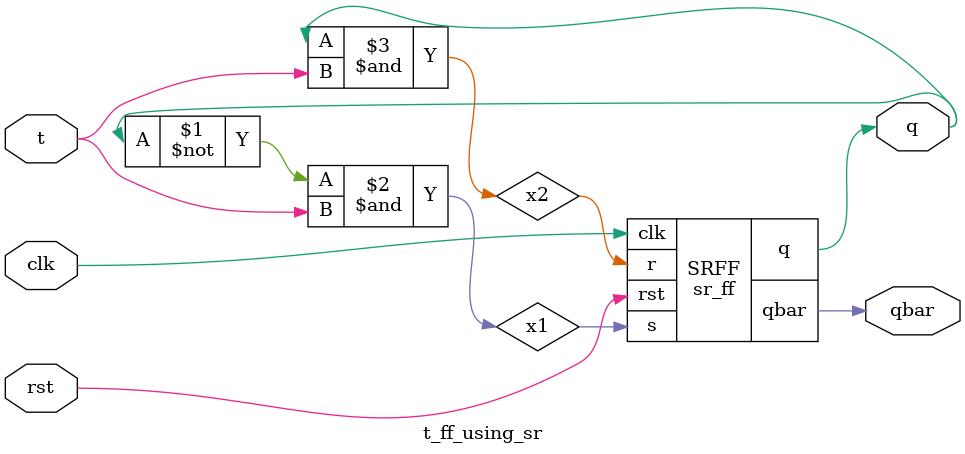
<source format=v>
`timescale 1ns / 1ps
module sr_ff(input clk,rst,s,r,output reg q=0,output qbar);
assign qbar=~q;
always@(posedge clk)
begin
if(!rst)
begin
case({s,r})
2'b00:q<=q;
2'b01:q<=0;
2'b10:q<=1;
2'b11:q<=1'bx;
endcase
end
end
endmodule

module t_ff_using_sr(
    input clk,
    input rst,
    input t,
    output q,
    output qbar
    );
    wire x1,x2;
    assign x1=~q&t;
    assign x2=q&t;
    sr_ff SRFF(clk,rst,x1,x2,q,qbar);
endmodule

</source>
